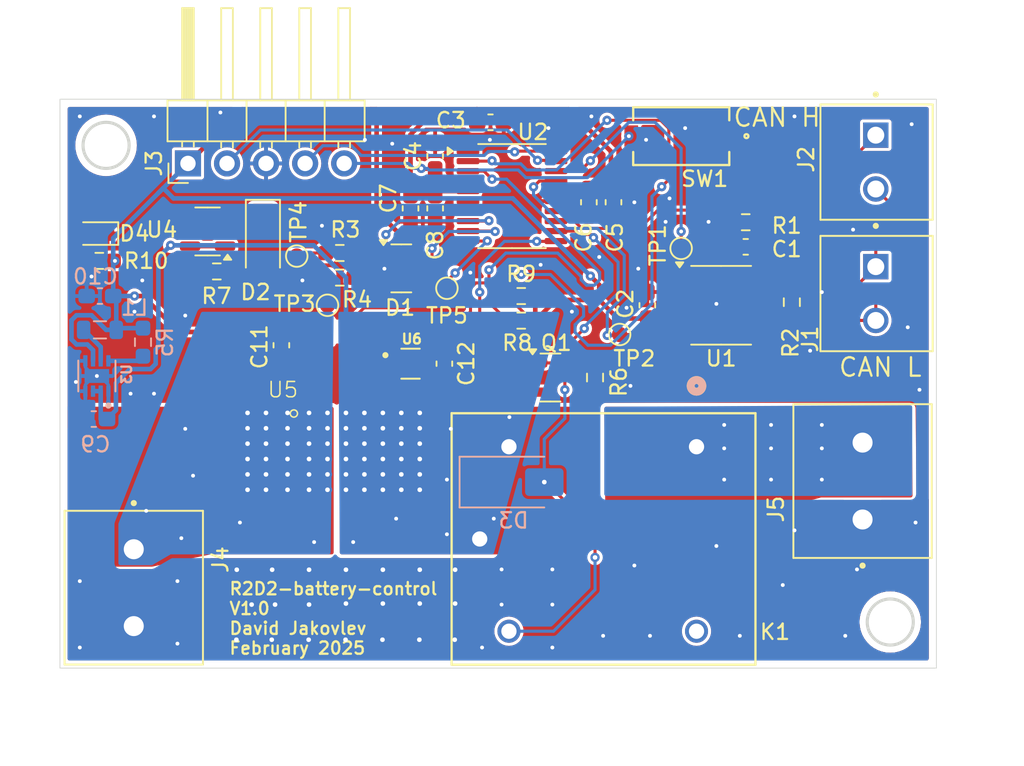
<source format=kicad_pcb>
(kicad_pcb (version 20240108) (generator "pcbnew") (generator_version "8.0")
  (layers (0 "F.Cu" signal) (31 "B.Cu" signal) (34 "B.Paste" user) (35 "F.Paste" user) (36 "B.SilkS" user "B.Silkscreen") (37 "F.SilkS" user "F.Silkscreen") (38 "B.Mask" user) (39 "F.Mask" user) (44 "Edge.Cuts" user))
  (net 0 "")
  (net 1 "GND")
  (net 2 "+3.3V")
  (net 3 "NRST")
  (net 4 "+12V")
  (net 5 "SWDIO")
  (net 6 "SWCLK")
  (net 7 "CAN_MODE_SELECT")
  (net 8 "CAN_TX")
  (net 9 "CAN_RX")
  (net 10 "Net-(U1-Rs)")
  (net 11 "VDD")
  (net 12 "Net-(D3-A)")
  (net 13 "Net-(D2-K)")
  (net 14 "VOLTAGE_ADC")
  (net 15 "/controller/CAN+")
  (net 16 "/controller/CAN-")
  (net 18 "RELAY_CTL")
  (net 23 "CURRENT_ADC")
  (net 24 "CURRENT_ADC_REF")
  (net 25 "/Power Stage/VDD_IN")
  (net 26 "SCL")
  (net 27 "SDA")
  (net 28 "TEMP_ALERT")
  (net 30 "Net-(U2-PA3)")
  (net 31 "Net-(U2-PA2)")
  (net 32 "Net-(U3-SW)")
  (net 33 "Net-(U3-PG)")
  (net 34 "Net-(D4-A)")
  (footprint "TestPoint:TestPoint_Pad_D1.0mm" (layer "F.Cu") (at 124.6 99)
    (property "Reference" "TP4")
    (property "Value" "TestPoint")
  )
  (footprint "1751248:PHOENIX_1751248" (layer "F.Cu") (at 158.66 89.1375 -90)
    (property "Reference" "J2")
    (property "Value" "1751248")
  )
  (footprint "Package_TO_SOT_SMD:SOT-23-5" (layer "F.Cu") (at 118.8 97.4 180)
    (property "Reference" "U4")
    (property "Value" "LM321")
  )
  (footprint "PTS636_SM50J_SMTR_LFS:SW_PTS636_CNK" (layer "F.Cu") (at 149.606 91.2 180)
    (property "Reference" "SW1")
    (property "Value" "PTS636 SM50J SMTR LFS")
  )
  (footprint "Capacitor_SMD:C_0603_1608Metric_Pad1.08x0.95mm_HandSolder" (layer "F.Cu") (at 145.2 95.5 -90)
    (property "Reference" "C5")
    (property "Value" "100n")
  )
  (footprint "ACS37010:ACS37010" (layer "F.Cu") (at 125.937925 109.665 180)
    (property "Reference" "U5")
    (property "Value" "~")
  )
  (footprint "Capacitor_SMD:C_0603_1608Metric_Pad1.08x0.95mm_HandSolder" (layer "F.Cu") (at 123.6 104.8 -90)
    (property "Reference" "C11")
    (property "Value" "100n")
  )
  (footprint "Resistor_SMD:R_0603_1608Metric_Pad0.98x0.95mm_HandSolder" (layer "F.Cu") (at 111.76 99.314)
    (property "Reference" "R10")
    (property "Value" "1k")
  )
  (footprint "Capacitor_SMD:C_0603_1608Metric_Pad1.08x0.95mm_HandSolder" (layer "F.Cu") (at 137.2 90.3)
    (property "Reference" "C3")
    (property "Value" "4.7u")
  )
  (footprint "TestPoint:TestPoint_Pad_D1.0mm" (layer "F.Cu") (at 149.6 98.5 -90)
    (property "Reference" "TP1")
    (property "Value" "TestPoint")
  )
  (footprint "Resistor_SMD:R_0603_1608Metric_Pad0.98x0.95mm_HandSolder" (layer "F.Cu") (at 119.4 100)
    (property "Reference" "R7")
    (property "Value" "10k")
  )
  (footprint "J123F1C12VDC:RELAY5_J123F1C5VDC.36_CRS" (layer "F.Cu") (at 150.6 111.4 -90)
    (property "Reference" "K1")
    (property "Value" "J123F1C12VDC.36")
  )
  (footprint "Package_TO_SOT_SMD:SOT-23" (layer "F.Cu") (at 141.1 106.9)
    (property "Reference" "Q1")
    (property "Value" "T2N7002AK")
  )
  (footprint "TestPoint:TestPoint_Pad_D1.0mm" (layer "F.Cu") (at 145.6 104.1 -90)
    (property "Reference" "TP2")
    (property "Value" "TestPoint")
  )
  (footprint "Capacitor_SMD:C_0603_1608Metric_Pad1.08x0.95mm_HandSolder" (layer "F.Cu") (at 153.8 98.4 180)
    (property "Reference" "C1")
    (property "Value" "100n")
  )
  (footprint "Resistor_SMD:R_0603_1608Metric_Pad0.98x0.95mm_HandSolder" (layer "F.Cu") (at 156.8 102 90)
    (property "Reference" "R2")
    (property "Value" "120")
  )
  (footprint "TMP1075NDRLR:SOT50P160X60-6N" (layer "F.Cu") (at 132 106)
    (property "Reference" "U6")
    (property "Value" "TMP1075NDRLR")
  )
  (footprint "Diode_SMD:D_MiniMELF" (layer "F.Cu") (at 122.4 98 -90)
    (property "Reference" "D2")
    (property "Value" "12V-LL41")
  )
  (footprint "Resistor_SMD:R_0603_1608Metric_Pad0.98x0.95mm_HandSolder" (layer "F.Cu") (at 153.8 96.8 180)
    (property "Reference" "R1")
    (property "Value" "10k")
  )
  (footprint "Resistor_SMD:R_0603_1608Metric_Pad0.98x0.95mm_HandSolder" (layer "F.Cu") (at 144 106.9 90)
    (property "Reference" "R6")
    (property "Value" "10k")
  )
  (footprint "Capacitor_SMD:C_0603_1608Metric_Pad1.08x0.95mm_HandSolder" (layer "F.Cu") (at 147.4 102.2 90)
    (property "Reference" "C2")
    (property "Value" "100n")
  )
  (footprint "1935776:PHOENIX_1935776" (layer "F.Cu") (at 165.9 118.633 90)
    (property "Reference" "J5")
    (property "Value" "1935776")
  )
  (footprint "Resistor_SMD:R_0603_1608Metric_Pad0.98x0.95mm_HandSolder" (layer "F.Cu") (at 127.4 98.8 180)
    (property "Reference" "R3")
    (property "Value" "10k")
  )
  (footprint "Resistor_SMD:R_0603_1608Metric_Pad0.98x0.95mm_HandSolder" (layer "F.Cu") (at 139.2 101.6)
    (property "Reference" "R9")
    (property "Value" "10k")
  )
  (footprint "TestPoint:TestPoint_Pad_D1.0mm" (layer "F.Cu") (at 126.6 102.2)
    (property "Reference" "TP3")
    (property "Value" "TestPoint")
  )
  (footprint "Package_TO_SOT_SMD:SOT-23" (layer "F.Cu") (at 131.4 99.8)
    (property "Reference" "D1")
    (property "Value" "BAT54C")
  )
  (footprint "Capacitor_SMD:C_0603_1608Metric_Pad1.08x0.95mm_HandSolder" (layer "F.Cu") (at 143.6 95.5 -90)
    (property "Reference" "C6")
    (property "Value" "100n")
  )
  (footprint "Capacitor_SMD:C_0603_1608Metric_Pad1.08x0.95mm_HandSolder" (layer "F.Cu") (at 133.6 92.5 90)
    (property "Reference" "C4")
    (property "Value" "100n")
  )
  (footprint "Capacitor_SMD:C_0603_1608Metric_Pad1.08x0.95mm_HandSolder" (layer "F.Cu") (at 132 95.9 -90)
    (property "Reference" "C7")
    (property "Value" "1u")
  )
  (footprint "Resistor_SMD:R_0603_1608Metric_Pad0.98x0.95mm_HandSolder" (layer "F.Cu") (at 127.4 100.4 180)
    (property "Reference" "R4")
    (property "Value" "10k")
  )
  (footprint "Capacitor_SMD:C_0603_1608Metric_Pad1.08x0.95mm_HandSolder" (layer "F.Cu") (at 133.6 95.9 -90)
    (property "Reference" "C8")
    (property "Value" "100n")
  )
  (footprint "TestPoint:TestPoint_Pad_D1.0mm" (layer "F.Cu") (at 134.366 101.092)
    (property "Reference" "TP5")
    (property "Value" "TestPoint")
  )
  (footprint "Resistor_SMD:R_0603_1608Metric_Pad0.98x0.95mm_HandSolder" (layer "F.Cu") (at 139.2 103.2)
    (property "Reference" "R8")
    (property "Value" "10k")
  )
  (footprint "LED_SMD:LED_0603_1608Metric" (layer "F.Cu") (at 111.506 97.536 180)
    (property "Reference" "D4")
    (property "Value" "LED")
  )
  (footprint "Connector_PinHeader_2.54mm:PinHeader_1x05_P2.54mm_Horizontal" (layer "F.Cu") (at 117.525 92.975 90)
    (property "Reference" "J3")
    (property "Value" "Conn_01x05_Pin")
  )
  (footprint "1751248:PHOENIX_1751248" (layer "F.Cu") (at 158.66 97.6875 -90)
    (property "Reference" "J1")
    (property "Value" "1751248")
  )
  (footprint "1935776:PHOENIX_1935776" (layer "F.Cu") (at 109.5 115.567 -90)
    (property "Reference" "J4")
    (property "Value" "1935776")
  )
  (footprint "Package_SO:TSSOP-20_4.4x6.5mm_P0.65mm" (layer "F.Cu") (at 138.6 95.1)
    (property "Reference" "U2")
    (property "Value" "STM32F042F6Px")
  )
  (footprint "Capacitor_SMD:C_0603_1608Metric_Pad1.08x0.95mm_HandSolder" (layer "F.Cu") (at 134.2 106 -90)
    (property "Reference" "C12")
    (property "Value" "100n")
  )
  (footprint "Package_SO:SOIC-8_3.9x4.9mm_P1.27mm" (layer "F.Cu") (at 152.2 102.2)
    (property "Reference" "U1")
    (property "Value" "SN65HVD230")
  )
  (footprint "Diode_SMD:D_SMA" (layer "B.Cu") (at 138.7 113.7)
    (property "Reference" "D3")
    (property "Value" "D")
  )
  (footprint "Inductor_SMD:L_0805_2012Metric" (layer "B.Cu") (at 111.8 103.8)
    (property "Reference" "L1")
    (property "Value" "2.2uH")
  )
  (footprint "TPS62172DSGR:SON50P200X200X80-9N" (layer "B.Cu") (at 111.6 106.8 90)
    (property "Reference" "U3")
    (property "Value" "TPS62172DSGR")
  )
  (footprint "Resistor_SMD:R_0603_1608Metric_Pad0.98x0.95mm_HandSolder" (layer "B.Cu") (at 114.6 104.6 90)
    (property "Reference" "R5")
    (property "Value" "100k")
  )
  (footprint "Capacitor_SMD:C_0603_1608Metric_Pad1.08x0.95mm_HandSolder" (layer "B.Cu") (at 111.8 101.6 180)
    (property "Reference" "C10")
    (property "Value" "22u")
  )
  (footprint "Capacitor_SMD:C_0603_1608Metric_Pad1.08x0.95mm_HandSolder" (layer "B.Cu") (at 111.4 109.6 180)
    (property "Reference" "C9")
    (property "Value" "10u")
  )
  (gr_rect (start 109.2 88.8) (end 166.2 125.8) (stroke (width 0.05)) (fill none) (layer "Edge.Cuts"))
  (gr_circle (center 112.2 91.8) (end 113.7 91.8) (stroke (width 0.2)) (fill none) (layer "Edge.Cuts"))
  (gr_circle (center 163.2 122.8) (end 164.7 122.8) (stroke (width 0.2)) (fill none) (layer "Edge.Cuts"))
  (gr_text "CAN L" (at 159.766 106.934 0) (layer "F.SilkS") (effects (font (size 1.2 1.2)) (justify left bottom)))
  (gr_text "CAN H" (at 152.908 90.678 0) (layer "F.SilkS") (effects (font (size 1.2 1.2)) (justify left bottom)))
  (gr_text "R2D2-battery-control\nV1.0\nDavid Jakovlev\nFebruary 2025" (at 120.142 124.968 0) (layer "F.SilkS") (effects (font (size 0.8 0.8)) (justify left bottom)))
  (via (at 116.84 120.142) (size 0.6) (drill 0.25) (layers "F.Cu" "B.Cu") (net 1))
  (via (at 156.972 89.916) (size 0.6) (drill 0.25) (layers "F.Cu" "B.Cu") (net 1))
  (via (at 119.634 89.662) (size 0.6) (drill 0.25) (layers "F.Cu" "B.Cu") (net 1))
  (via (at 164.846 116.332) (size 0.6) (drill 0.25) (layers "F.Cu" "B.Cu") (net 1))
  (via (at 127.8 121.6) (size 0.6) (drill 0.3) (layers "F.Cu" "B.Cu") (net 1))
  (via (at 146.304 107.442) (size 0.6) (drill 0.25) (layers "F.Cu" "B.Cu") (net 1))
  (via (at 134.874 123.952) (size 0.6) (drill 0.3) (layers "F.Cu" "B.Cu") (net 1))
  (via (at 151.384 96.774) (size 0.6) (drill 0.25) (layers "F.Cu" "B.Cu") (net 1))
  (via (at 125.4 121.666) (size 0.6) (drill 0.3) (layers "F.Cu" "B.Cu") (net 1))
  (via (at 165.1 107.696) (size 0.6) (drill 0.25) (layers "F.Cu" "B.Cu") (net 1))
  (via (at 113.792 107.95) (size 0.6) (drill 0.25) (layers "F.Cu" "B.Cu") (net 1))
  (via (at 123.19 121.666) (size 0.6) (drill 0.3) (layers "F.Cu" "B.Cu") (net 1))
  (via (at 110.236 107.188) (size 0.6) (drill 0.25) (layers "F.Cu" "B.Cu") (net 1))
  (via (at 158.75 101.346) (size 0.6) (drill 0.25) (layers "F.Cu" "B.Cu") (net 1))
  (via (at 160.274 123.698) (size 0.6) (drill 0.25) (layers "F.Cu" "B.Cu") (net 1))
  (via (at 146.558 119.126) (size 0.6) (drill 0.25) (layers "F.Cu" "B.Cu") (net 1))
  (via (at 134.9 119.4) (size 0.6) (drill 0.3) (layers "F.Cu" "B.Cu") (net 1))
  (via (at 161.036 119.38) (size 0.6) (drill 0.25) (layers "F.Cu" "B.Cu") (net 1))
  (via (at 130.302 99.822) (size 0.6) (drill 0.25) (layers "F.Cu" "B.Cu") (net 1))
  (via (at 137.922 121.666) (size 0.6) (drill 0.25) (layers "F.Cu" "B.Cu") (net 1))
  (via (at 111.6 106.8) (size 0.6) (drill 0.25) (layers "F.Cu" "B.Cu") (net 1))
  (via (at 147.32 91.44) (size 0.6) (drill 0.25) (layers "F.Cu" "B.Cu") (net 1))
  (via (at 125.4 119.4) (size 0.6) (drill 0.3) (layers "F.Cu" "B.Cu") (net 1))
  (via (at 151.892 102.108) (size 0.6) (drill 0.25) (layers "F.Cu" "B.Cu") (net 1))
  (via (at 130.2 119.4) (size 0.6) (drill 0.3) (layers "F.Cu" "B.Cu") (net 1))
  (via (at 114.046 102.616) (size 0.6) (drill 0.25) (layers "F.Cu" "B.Cu") (net 1))
  (via (at 111.252 100.33) (size 0.6) (drill 0.25) (layers "F.Cu" "B.Cu") (net 1))
  (via (at 149.86 90.678) (size 0.6) (drill 0.25) (layers "F.Cu" "B.Cu") (net 1))
  (via (at 120.674 123.952) (size 0.6) (drill 0.3) (layers "F.Cu" "B.Cu") (net 1))
  (via (at 135.89 100.076) (size 0.6) (drill 0.25) (layers "F.Cu" "B.Cu") (net 1))
  (via (at 146.558 95.504) (size 0.6) (drill 0.25) (layers "F.Cu" "B.Cu") (net 1))
  (via (at 123 119.4) (size 0.6) (drill 0.3) (layers "F.Cu" "B.Cu") (net 1))
  (via (at 153.416 123.698) (size 0.6) (drill 0.25) (layers "F.Cu" "B.Cu") (net 1))
  (via (at 110.49 124.46) (size 0.6) (drill 0.25) (layers "F.Cu" "B.Cu") (net 1))
  (via (at 132.574 123.952) (size 0.6) (drill 0.3) (layers "F.Cu" "B.Cu") (net 1))
  (via (at 146.05 102.362) (size 0.6) (drill 0.25) (layers "F.Cu" "B.Cu") (net 1))
  (via (at 132.6 119.4) (size 0.6) (drill 0.3) (layers "F.Cu" "B.Cu") (net 1))
  (via (at 122.974 123.952) (size 0.6) (drill 0.3) (layers "F.Cu" "B.Cu") (net 1))
  (via (at 134.9 121.6) (size 0.6) (drill 0.3) (layers "F.Cu" "B.Cu") (net 1))
  (via (at 141.224 124.46) (size 0.6) (drill 0.25) (layers "F.Cu" "B.Cu") (net 1))
  (via (at 157.988 105.156) (size 0.6) (drill 0.25) (layers "F.Cu" "B.Cu") (net 1))
  (via (at 141.224 119.38) (size 0.6) (drill 0.25) (layers "F.Cu" "B.Cu") (net 1))
  (via (at 127.774 123.952) (size 0.6) (drill 0.3) (layers "F.Cu" "B.Cu") (net 1))
  (via (at 110.49 120.142) (size 0.6) (drill 0.25) (layers "F.Cu" "B.Cu") (net 1))
  (via (at 117.348 102.87) (size 0.6) (drill 0.25) (layers "F.Cu" "B.Cu") (net 1))
  (via (at 142.494 102.616) (size 0.6) (drill 0.25) (layers "F.Cu" "B.Cu") (net 1))
  (via (at 156.21 120.396) (size 0.6) (drill 0.25) (layers "F.Cu" "B.Cu") (net 1))
  (via (at 130.2 121.6) (size 0.6) (drill 0.3) (layers "F.Cu" "B.Cu") (net 1))
  (via (at 144.272 99.06) (size 0.6) (drill 0.25) (layers "F.Cu" "B.Cu") (net 1))
  (via (at 151.892 117.856) (size 0.6) (drill 0.25) (layers "F.Cu" "B.Cu") (net 1))
  (via (at 137.922 119.38) (size 0.6) (drill 0.25) (layers "F.Cu" "B.Cu") (net 1))
  (via (at 132.6 121.6) (size 0.6) (drill 0.3) (layers "F.Cu" "B.Cu") (net 1))
  (via (at 125.374 123.952) (size 0.6) (drill 0.3) (layers "F.Cu" "B.Cu") (net 1))
  (via (at 126.238 97.028) (size 0.6) (drill 0.25) (layers "F.Cu" "B.Cu") (net 1))
  (via (at 143.764 89.916) (size 0.6) (drill 0.25) (layers "F.Cu" "B.Cu") (net 1))
  (via (at 115.316 89.916) (size 0.6) (drill 0.25) (layers "F.Cu" "B.Cu") (net 1))
  (via (at 146.812 99.822) (size 0.6) (drill 0.25) (layers "F.Cu" "B.Cu") (net 1))
  (via (at 137.16 91.44) (size 0.6) (drill 0.25) (layers "F.Cu" "B.Cu") (net 1))
  (via (at 127.8 119.4) (size 0.6) (drill 0.3) (layers "F.Cu" "B.Cu") (net 1))
  (via (at 120.7 119.4) (size 0.6) (drill 0.3) (layers "F.Cu" "B.Cu") (net 1))
  (via (at 130.81 91.694) (size 0.6) (drill 0.25) (layers "F.Cu" "B.Cu") (net 1))
  (via (at 116.84 124.206) (size 0.6) (drill 0.25) (layers "F.Cu" "B.Cu") (net 1))
  (via (at 130.174 123.952) (size 0.6) (drill 0.3) (layers "F.Cu" "B.Cu") (net 1))
  (via (at 144.526 123.698) (size 0.6) (drill 0.25) (layers "F.Cu" "B.Cu") (net 1))
  (via (at 164.592 90.424) (size 0.6) (drill 0.25) (layers "F.Cu" "B.Cu") (net 1))
  (via (at 148.59 96.774) (size 0.6) (drill 0.25) (layers "F.Cu" "B.Cu") (net 1))
  (via (at 140.462 99.568) (size 0.6) (drill 0.25) (layers "F.Cu" "B.Cu") (net 1))
  (via (at 156.972 116.84) (size 0.6) (drill 0.25) (layers "F.Cu" "B.Cu") (net 1))
  (via (at 114.554 100.584) (size 0.6) (drill 0.25) (layers "F.Cu" "B.Cu") (net 1))
  (via (at 140.97 90.678) (size 0.6) (drill 0.25) (layers "F.Cu" "B.Cu") (net 1))
  (via (at 141.224 121.666) (size 0.6) (drill 0.25) (layers "F.Cu" "B.Cu") (net 1))
  (via (at 164.338 103.632) (size 0.6) (drill 0.25) (layers "F.Cu" "B.Cu") (net 1))
  (via (at 129.032 91.44) (size 0.6) (drill 0.25) (layers "F.Cu" "B.Cu") (net 1))
  (via (at 124.968 100.584) (size 0.6) (drill 0.25) (layers "F.Cu" "B.Cu") (net 1))
  (via (at 147.574 123.698) (size 0.6) (drill 0.25) (layers "F.Cu" "B.Cu") (net 1))
  (via (at 136.652 124.46) (size 0.6) (drill 0.25) (layers "F.Cu" "B.Cu") (net 1))
  (via (at 121.666 121.666) (size 0.6) (drill 0.3) (layers "F.Cu" "B.Cu") (net 1))
  (via (at 148.844 95.25) (size 0.6) (drill 0.25) (layers "F.Cu" "B.Cu") (net 1))
  (via (at 160.782 97.282) (size 0.6) (drill 0.25) (layers "F.Cu" "B.Cu") (net 1))
  (via (at 115.316 107.95) (size 0.6) (drill 0.25) (layers "F.Cu" "B.Cu") (net 1))
  (via (at 110.49 89.916) (size 0.6) (drill 0.25) (layers "F.Cu" "B.Cu") (net 1))
  (segment (start 110.85 106.229732) (end 111.420268 106.8) (width 0.2) (layer "B.Cu") (net 1))
  (segment (start 112.35 107.785) (end 112.35 107.370268) (width 0.2) (layer "B.Cu") (net 1))
  (segment (start 111.420268 106.8) (end 111.6 106.8) (width 0.2) (layer "B.Cu") (net 1))
  (segment (start 110.85 107.370268) (end 111.420268 106.8) (width 0.2) (layer "B.Cu") (net 1))
  (segment (start 111.779732 106.8) (end 111.6 106.8) (width 0.2) (layer "B.Cu") (net 1))
  (segment (start 112.35 107.370268) (end 111.779732 106.8) (width 0.2) (layer "B.Cu") (net 1))
  (segment (start 110.85 107.785) (end 110.85 107.370268) (width 0.2) (layer "B.Cu") (net 1))
  (segment (start 110.85 105.815) (end 110.85 106.229732) (width 0.2) (layer "B.Cu") (net 1))
  (segment (start 129.4 89.45) (end 136.3 89.45) (width 0.3) (layer "F.Cu") (net 2))
  (segment (start 145.4805 103.0625) (end 144.272 101.854) (width 0.3) (layer "F.Cu") (net 2))
  (segment (start 121.05 89.45) (end 129.4 89.45) (width 0.3) (layer "F.Cu") (net 2))
  (segment (start 147.4 103.0625) (end 145.4805 103.0625) (width 0.3) (layer "F.Cu") (net 2))
  (segment (start 144.272 101.854) (end 141.4585 101.854) (width 0.3) (layer "F.Cu") (net 2))
  (segment (start 145.034 92.195) (end 145.034 94.4715) (width 0.3) (layer "F.Cu") (net 2))
  (segment (start 144.272 101.854) (end 144.272 100.872) (width 0.3) (layer "F.Cu") (net 2))
  (segment (start 123.6 103.9375) (end 125.310425 103.9375) (width 0.3) (layer "F.Cu") (net 2))
  (segment (start 143.4625 94.775) (end 143.6 94.6375) (width 0.3) (layer "F.Cu") (net 2))
  (segment (start 132.3375 99.8) (end 132.3375 98.618261) (width 0.3) (layer "F.Cu") (net 2))
  (segment (start 133.6 95.0375) (end 133.8625 94.775) (width 0.3) (layer "F.Cu") (net 2))
  (segment (start 149.725 102.835) (end 147.6275 102.835) (width 0.3) (layer "F.Cu") (net 2))
  (segment (start 116.9375 103.9375) (end 123.6 103.9375) (width 0.3) (layer "F.Cu") (net 2))
  (segment (start 114.6 101.6) (end 116.9375 103.9375) (width 0.3) (layer "F.Cu") (net 2))
  (segment (start 141.4585 101.854) (end 140.1125 103.2) (width 0.3) (layer "F.Cu") (net 2))
  (segment (start 129.794 96.074761) (end 129.794 89.45) (width 0.3) (layer "F.Cu") (net 2))
  (segment (start 143.6 94.6375) (end 145.2 94.6375) (width 0.3) (layer "F.Cu") (net 2))
  (segment (start 132.8 90.3) (end 132 91.1) (width 0.3) (layer "F.Cu") (net 2))
  (segment (start 147.6275 102.835) (end 147.4 103.0625) (width 0.3) (layer "F.Cu") (net 2))
  (segment (start 129.794 89.45) (end 129.4 89.45) (width 0.3) (layer "F.Cu") (net 2))
  (segment (start 133.8625 94.775) (end 135.7375 94.775) (width 0.3) (layer "F.Cu") (net 2))
  (segment (start 114.046 101.6) (end 114.6 101.6) (width 0.3) (layer "F.Cu") (net 2))
  (segment (start 136.3375 90.3) (end 132.8 90.3) (width 0.3) (layer "F.Cu") (net 2))
  (segment (start 142.289 89.45) (end 145.034 92.195) (width 0.3) (layer "F.Cu") (net 2))
  (segment (start 112.6725 99.314) (end 112.776 99.314) (width 0.3) (layer "F.Cu") (net 2))
  (segment (start 125.310425 103.9375) (end 125.337925 103.91) (width 0.3) (layer "F.Cu") (net 2))
  (segment (start 136.3 89.45) (end 142.289 89.45) (width 0.3) (layer "F.Cu") (net 2))
  (segment (start 145.034 94.4715) (end 145.2 94.6375) (width 0.3) (layer "F.Cu") (net 2))
  (segment (start 141.4625 94.775) (end 143.4625 94.775) (width 0.3) (layer "F.Cu") (net 2))
  (segment (start 140.1125 103.2) (end 140.1125 103.46375) (width 0.3) (layer "F.Cu") (net 2))
  (segment (start 136.3375 89.45) (end 136.3375 90.3) (width 0.3) (layer "F.Cu") (net 2))
  (segment (start 132.3375 98.618261) (end 129.794 96.074761) (width 0.3) (layer "F.Cu") (net 2))
  (segment (start 133.3375 106) (end 134.2 105.1375) (width 0.2) (layer "F.Cu") (net 2))
  (segment (start 140.1125 103.46375) (end 139.15125 104.425) (width 0.3) (layer "F.Cu") (net 2))
  (segment (start 140.1125 101.6) (end 140.1125 103.2) (width 0.3) (layer "F.Cu") (net 2))
  (segment (start 132.735 106) (end 133.3375 106) (width 0.2) (layer "F.Cu") (net 2))
  (segment (start 144.272 100.872) (end 143.7 100.3) (width 0.3) (layer "F.Cu") (net 2))
  (segment (start 139.15125 104.425) (end 134.9125 104.425) (width 0.3) (layer "F.Cu") (net 2))
  (segment (start 134.9125 104.425) (end 134.2 105.1375) (width 0.3) (layer "F.Cu") (net 2))
  (segment (start 132 91.1) (end 132 95.0375) (width 0.3) (layer "F.Cu") (net 2))
  (segment (start 117.525 92.975) (end 121.05 89.45) (width 0.3) (layer "F.Cu") (net 2))
  (segment (start 136.3 89.45) (end 136.3375 89.45) (width 0.3) (layer "F.Cu") (net 2))
  (segment (start 132 95.0375) (end 133.6 95.0375) (width 0.3) (layer "F.Cu") (net 2))
  (via (at 112.776 99.314) (size 0.6) (drill 0.25) (layers "F.Cu" "B.Cu") (net 2))
  (via (at 143.7 100.3) (size 0.6) (drill 0.25) (layers "F.Cu" "B.Cu") (net 2))
  (via (at 114.046 101.6) (size 0.6) (drill 0.25) (layers "F.Cu" "B.Cu") (net 2))
  (segment (start 112.6625 97.8375) (end 115.6 94.9) (width 0.3) (layer "B.Cu") (net 2))
  (segment (start 109.95 104.422896) (end 109.95 103.177104) (width 0.3) (layer "B.Cu") (net 2))
  (segment (start 112.8625 101.8) (end 112.6625 101.6) (width 0.3) (layer "B.Cu") (net 2))
  (segment (start 138.65 95.25) (end 116.586 95.25) (width 0.3) (layer "B.Cu") (net 2))
  (segment (start 111.35 105.815) (end 111.35 105.119606) (width 0.3) (layer "B.Cu") (net 2))
  (segment (start 112.2 103.8) (end 112.8625 103.8) (width 0.3) (layer "B.Cu") (net 2))
  (segment (start 112.6625 101.6) (end 112.6625 97.8375) (width 0.3) (layer "B.Cu") (net 2))
  (segment (start 116.586 95.25) (end 115.918 94.582) (width 0.3) (layer "B.Cu") (net 2))
  (segment (start 112.975 103.6875) (end 112.8625 103.8) (width 0.3) (layer "B.Cu") (net 2))
  (segment (start 143.7 100.3) (end 138.65 95.25) (width 0.3) (layer "B.Cu") (net 2))
  (segment (start 109.95 103.177104) (end 110.277104 102.85) (width 0.3) (layer "B.Cu") (net 2))
  (segment (start 112.8625 103.8) (end 112.8625 101.8) (width 0.3) (layer "B.Cu") (net 2))
  (segment (start 110.277104 104.75) (end 109.95 104.422896) (width 0.3) (layer "B.Cu") (net 2))
  (segment (start 115.6 94.9) (end 117.525 92.975) (width 0.3) (layer "B.Cu") (net 2))
  (segment (start 110.980394 104.75) (end 110.277104 104.75) (width 0.3) (layer "B.Cu") (net 2))
  (segment (start 110.277104 102.85) (end 111.25 102.85) (width 0.3) (layer "B.Cu") (net 2))
  (segment (start 115.918 94.582) (end 115.6 94.9) (width 0.3) (layer "B.Cu") (net 2))
  (segment (start 111.25 102.85) (end 112.2 103.8) (width 0.3) (layer "B.Cu") (net 2))
  (segment (start 114.6 103.6875) (end 112.975 103.6875) (width 0.3) (layer "B.Cu") (net 2))
  (segment (start 114.046 101.6) (end 112.6625 101.6) (width 0.3) (layer "B.Cu") (net 2))
  (segment (start 111.35 105.119606) (end 110.980394 104.75) (width 0.3) (layer "B.Cu") (net 2))
  (segment (start 133.6 93.3625) (end 132.7625 93.3625) (width 0.2) (layer "F.Cu") (net 3))
  (segment (start 135.7375 94.125) (end 134.3625 94.125) (width 0.2) (layer "F.Cu") (net 3))
  (segment (start 132.7625 93.3625) (end 132.7 93.3) (width 0.2) (layer "F.Cu") (net 3))
  (segment (start 134.3625 94.125) (end 133.6 93.3625) (width 0.2) (layer "F.Cu") (net 3))
  (via (at 146.2 91.2) (size 0.6) (drill 0.25) (layers "F.Cu" "B.Cu") (net 3))
  (via (at 132.7 93.3) (size 0.6) (drill 0.25) (layers "F.Cu" "B.Cu") (net 3))
  (segment (start 132.2 93.3) (end 131.875 92.975) (width 0.2) (layer "B.Cu") (net 3))
  (segment (start 132.7 93.3) (end 132.2 93.3) (width 0.2) (layer "B.Cu") (net 3))
  (segment (start 139 93.4) (end 139.5 93.9) (width 0.2) (layer "B.Cu") (net 3))
  (segment (start 133.2 93.4) (end 139 93.4) (width 0.2) (layer "B.Cu") (net 3))
  (segment (start 143.5 93.9) (end 146.2 91.2) (width 0.2) (layer "B.Cu") (net 3))
  (segment (start 133.1 93.3) (end 133.2 93.4) (width 0.2) (layer "B.Cu") (net 3))
  (segment (start 132.7 93.3) (end 133.1 93.3) (width 0.2) (layer "B.Cu") (net 3))
  (segment (start 131.875 92.975) (end 127.685 92.975) (width 0.2) (layer "B.Cu") (net 3))
  (segment (start 139.5 93.9) (end 143.5 93.9) (width 0.2) (layer "B.Cu") (net 3))
  (via (at 158.75 111.506) (size 0.6) (drill 0.25) (layers "F.Cu" "B.Cu") (net 4))
  (via (at 152.4 113.538) (size 0.6) (drill 0.25) (layers "F.Cu" "B.Cu") (net 4))
  (via (at 152.4 109.982) (size 0.6) (drill 0.25) (layers "F.Cu" "B.Cu") (net 4))
  (via (at 155.448 111.506) (size 0.6) (drill 0.25) (layers "F.Cu" "B.Cu") (net 4))
  (via (at 158.75 109.982) (size 0.6) (drill 0.25) (layers "F.Cu" "B.Cu") (net 4))
  (via (at 155.448 109.982) (size 0.6) (drill 0.25) (layers "F.Cu" "B.Cu") (net 4))
  (via (at 155.448 113.538) (size 0.6) (drill 0.25) (layers "F.Cu" "B.Cu") (net 4))
  (via (at 158.75 113.538) (size 0.6) (drill 0.25) (layers "F.Cu" "B.Cu") (net 4))
  (via (at 152.4 111.506) (size 0.6) (drill 0.25) (layers "F.Cu" "B.Cu") (net 4))
  (segment (start 140.262075 92.775) (end 141.4125 92.775) (width 0.2) (layer "F.Cu") (net 5))
  (segment (start 141.4125 92.775) (end 141.4625 92.825) (width 0.2) (layer "F.Cu") (net 5))
  (via (at 140.262075 92.775) (size 0.6) (drill 0.25) (layers "F.Cu" "B.Cu") (net 5))
  (segment (start 138.287075 90.8) (end 122.24 90.8) (width 0.2) (layer "B.Cu") (net 5))
  (segment (start 122.24 90.8) (end 120.065 92.975) (width 0.2) (layer "B.Cu") (net 5))
  (segment (start 140.262075 92.775) (end 138.287075 90.8) (width 0.2) (layer "B.Cu") (net 5))
  (segment (start 138.825 92.175) (end 138.775735 92.224265) (width 0.2) (layer "F.Cu") (net 6))
  (segment (start 141.4625 92.175) (end 140.423529 92.175) (width 0.2) (layer "F.Cu") (net 6))
  (segment (start 140.423529 92.175) (end 138.825 92.175) (width 0.2) (layer "F.Cu") (net 6))
  (via (at 138.775735 92.224265) (size 0.6) (drill 0.25) (layers "F.Cu" "B.Cu") (net 6))
  (segment (start 137.051471 92.2) (end 136.795471 92.456) (width 0.2) (layer "B.Cu") (net 6))
  (segment (start 126.295 91.825) (end 125.145 92.975) (width 0.2) (layer "B.Cu") (net 6))
  (segment (start 138.775735 92.224265) (end 138.75147 92.2) (width 0.2) (layer "B.Cu") (net 6))
  (segment (start 128.161346 91.825) (end 126.295 91.825) (width 0.2) (layer "B.Cu") (net 6))
  (segment (start 128.792346 92.456) (end 128.161346 91.825) (width 0.2) (layer "B.Cu") (net 6))
  (segment (start 138.75147 92.2) (end 137.051471 92.2) (width 0.2) (layer "B.Cu") (net 6))
  (segment (start 136.795471 92.456) (end 128.792346 92.456) (width 0.2) (layer "B.Cu") (net 6))
  (segment (start 146.9 97.2) (end 148.088 96.012) (width 0.2) (layer "F.Cu") (net 7))
  (segment (start 143.133278 97.2) (end 146.9 97.2) (width 0.2) (layer "F.Cu") (net 7))
  (segment (start 141.4625 96.725) (end 142.658278 96.725) (width 0.2) (layer "F.Cu") (net 7))
  (segment (start 152.0995 96.012) (end 152.8875 96.8) (width 0.2) (layer "F.Cu") (net 7))
  (segment (start 142.658278 96.725) (end 143.133278 97.2) (width 0.2) (layer "F.Cu") (net 7))
  (segment (start 148.088 96.012) (end 152.0995 96.012) (width 0.2) (layer "F.Cu") (net 7))
  (segment (start 143.025 93.475) (end 143.7 92.8) (width 0.2) (layer "F.Cu") (net 8))
  (segment (start 141.4625 93.475) (end 143.025 93.475) (width 0.2) (layer "F.Cu") (net 8))
  (segment (start 149.6 100.17) (end 149.725 100.295) (width 0.2) (layer "F.Cu") (net 8))
  (segment (start 149.6 97.4) (end 149.6 98) (width 0.2) (layer "F.Cu") (net 8))
  (segment (start 149.6 98) (end 149.6 100.17) (width 0.2) (layer "F.Cu") (net 8))
  (via (at 143.7 92.8) (size 0.6) (drill 0.25) (layers "F.Cu" "B.Cu") (net 8))
  (via (at 149.6 97.4) (size 0.6) (drill 0.25) (layers "F.Cu" "B.Cu") (net 8))
  (segment (start 143.7 92.8) (end 146.2 90.3) (width 0.2) (layer "B.Cu") (net 8))
  (segment (start 147.9 90.3) (end 149.6 92) (width 0.2) (layer "B.Cu") (net 8))
  (segment (start 146.2 90.3) (end 147.9 90.3) (width 0.2) (layer "B.Cu") (net 8))
  (segment (start 149.6 92) (end 149.6 97.4) (width 0.2) (layer "B.Cu") (net 8))
  (segment (start 140 94.5) (end 140.375 94.125) (width 0.2) (layer "F.Cu") (net 9))
  (segment (start 140.375 94.125) (end 141.4625 94.125) (width 0.2) (layer "F.Cu") (net 9))
  (segment (start 144.795735 104.155735) (end 145.244265 104.155735) (width 0.2) (layer "F.Cu") (net 9))
  (segment (start 145.295 104.105) (end 149.725 104.105) (width 0.2) (layer "F.Cu") (net 9))
  (segment (start 145.244265 104.155735) (end 145.295 104.105) (width 0.2) (layer "F.Cu") (net 9))
  (via (at 144.795735 104.155735) (size 0.6) (drill 0.25) (layers "F.Cu" "B.Cu") (net 9))
  (via (at 140 94.5) (size 0.6) (drill 0.25) (layers "F.Cu" "B.Cu") (net 9))
  (segment (start 142.158 97.2) (end 140 95.042) (width 0.2) (layer "B.Cu") (net 9))
  (segment (start 140 95.042) (end 140 94.5) (width 0.2) (layer "B.Cu") (net 9))
  (segment (start 144.795735 104.155735) (end 144.795735 102.669951) (width 0.2) (layer "B.Cu") (net 9))
  (segment (start 144.148529 97.2) (end 142.158 97.2) (width 0.2) (layer "B.Cu") (net 9))
  (segment (start 145.9 101.565686) (end 145.9 98.951471) (width 0.2) (layer "B.Cu") (net 9))
  (segment (start 145.9 98.951471) (end 144.148529 97.2) (width 0.2) (layer "B.Cu") (net 9))
  (segment (start 144.795735 102.669951) (end 145.9 101.565686) (width 0.2) (layer "B.Cu") (net 9))
  (segment (start 154.6625 96.85) (end 154.7125 96.8) (width 0.2) (layer "F.Cu") (net 10))
  (segment (start 154.675 100.295) (end 154.675 98.4125) (width 0.2) (layer "F.Cu") (net 10))
  (segment (start 154.675 98.4125) (end 154.6625 98.4) (width 0.2) (layer "F.Cu") (net 10))
  (segment (start 154.6625 98.4) (end 154.6625 96.85) (width 0.2) (layer "F.Cu") (net 10))
  (segment (start 117.6125 98.3) (end 117.6625 98.35) (width 0.3) (layer "F.Cu") (net 11))
  (segment (start 117.6625 98.35) (end 119.9375 98.35) (width 0.3) (layer "F.Cu") (net 11))
  (segment (start 116.4 98.3) (end 117.6125 98.3) (width 0.3) (layer "F.Cu") (net 11))
  (via (at 129 112.2) (size 0.6) (drill 0.3) (layers "F.Cu" "B.Cu") (net 11))
  (via (at 130.2 113.2) (size 0.6) (drill 0.3) (layers "F.Cu" "B.Cu") (net 11))
  (via (at 127.8 112.2) (size 0.6) (drill 0.3) (layers "F.Cu" "B.Cu") (net 11))
  (via (at 130.2 112.2) (size 0.6) (drill 0.3) (layers "F.Cu" "B.Cu") (net 11))
  (via (at 132.6 111.2) (size 0.6) (drill 0.3) (layers "F.Cu" "B.Cu") (net 11))
  (via (at 131.4 112.2) (size 0.6) (drill 0.3) (layers "F.Cu" "B.Cu") (net 11))
  (via (at 129 111.2) (size 0.6) (drill 0.3) (layers "F.Cu" "B.Cu") (net 11))
  (via (at 127.8 113.2) (size 0.6) (drill 0.3) (layers "F.Cu" "B.Cu") (net 11))
  (via (at 127.8 111.2) (size 0.6) (drill 0.3) (layers "F.Cu" "B.Cu") (net 11))
  (via (at 127.8 109.2) (size 0.6) (drill 0.3) (layers "F.Cu" "B.Cu") (net 11))
  (via (at 131.4 111.2) (size 0.6) (drill 0.3) (layers "F.Cu" "B.Cu") (net 11))
  (via (at 132.6 112.2) (size 0.6) (drill 0.3) (layers "F.Cu" "B.Cu") (net 11))
  (via (at 131.4 113.2) (size 0.6) (drill 0.3) (layers "F.Cu" "B.Cu") (net 11))
  (via (at 130.2 110.2) (size 0.6) (drill 0.3) (layers "F.Cu" "B.Cu") (net 11))
  (via (at 137.414 116.078) (size 0.6) (drill 0.25) (layers "F.Cu" "B.Cu") (net 11))
  (via (at 129 113.2) (size 0.6) (drill 0.3) (layers "F.Cu" "B.Cu") (net 11))
  (via (at 129 114.2) (size 0.6) (drill 0.3) (layers "F.Cu" "B.Cu") (net 11))
  (via (at 134.366 113.538) (size 0.6) (drill 0.25) (layers "F.Cu" "B.Cu") (net 11))
  (via (at 127.8 114.2) (size 0.6) (drill 0.3) (layers "F.Cu" "B.Cu") (net 11))
  (via (at 134.366 117.094) (size 0.6) (drill 0.25) (layers "F.Cu" "B.Cu") (net 11))
  (via (at 129 110.2) (size 0.6) (drill 0.3) (layers "F.Cu" "B.Cu") (net 11))
  (via (at 132.6 114.2) (size 0.6) (drill 0.3) (layers "F.Cu" "B.Cu") (net 11))
  (via (at 132.6 110.2) (size 0.6) (drill 0.3) (layers "F.Cu" "B.Cu") (net 11))
  (via (at 134.62 110.236) (size 0.6) (drill 0.25) (layers "F.Cu" "B.Cu") (net 11))
  (via (at 131.4 109.2) (size 0.6) (drill 0.3) (layers "F.Cu" "B.Cu") (net 11))
  (via (at 131.4 110.2) (size 0.6) (drill 0.3) (layers "F.Cu" "B.Cu") (net 11))
  (via (at 131.4 114.2) (size 0.6) (drill 0.3) (layers "F.Cu" "B.Cu") (net 11))
  (via (at 129 109.2) (size 0.6) (drill 0.3) (layers "F.Cu" "B.Cu") (net 11))
  (via (at 132.6 113.2) (size 0.6) (drill 0.3) (layers "F.Cu" "B.Cu") (net 11))
  (via (at 130.2 109.2) (size 0.6) (drill 0.3) (layers "F.Cu" "B.Cu") (net 11))
  (via (at 131.064 116.078) (size 0.6) (drill 0.25) (layers "F.Cu" "B.Cu") (net 11))
  (via (at 138.43 109.474) (size 0.6) (drill 0.25) (layers "F.Cu" "B.Cu") (net 11))
  (via (at 116.4 98.3) (size 0.6) (drill 0.25) (layers "F.Cu" "B.Cu") (net 11))
  (via (at 127.8 110.2) (size 0.6) (drill 0.3) (layers "F.Cu" "B.Cu") (net 11))
  (via (at 130.2 111.2) (size 0.6) (drill 0.3) (layers "F.Cu" "B.Cu") (net 11))
  (via (at 130.2 114.2) (size 0.6) (drill 0.3) (layers "F.Cu" "B.Cu") (net 11))
  (via (at 132.6 109.2) (size 0.6) (drill 0.3) (layers "F.Cu" "B.Cu") (net 11))
  (via (at 128.27 117.602) (size 0.6) (drill 0.25) (layers "F.Cu" "B.Cu") (net 11))
  (segment (start 115.087432 106.35) (end 113.75 106.35) (width 0.3) (layer "B.Cu") (net 11))
  (segment (start 115.6 99.1) (end 115.6 104.9) (width 0.3) (layer "B.Cu") (net 11))
  (segment (start 126.7 99.3) (end 125.7 98.3) (width 0.3) (layer "B.Cu") (net 11))
  (segment (start 111.85 109.6) (end 111.85 107.785) (width 0.3) (layer "B.Cu") (net 11))
  (segment (start 115.425 106.012432) (end 115.087432 106.35) (width 0.3) (layer "B.Cu") (net 11))
  (segment (start 112.84 109.0225) (end 112.2625 109.6) (width 0.3) (layer "B.Cu") (net 11))
  (segment (start 112.2625 109.6) (end 111.85 109.6) (width 0.3) (layer "B.Cu") (net 11))
  (segment (start 115.425 105.075) (end 115.425 106.012432) (width 0.3) (layer "B.Cu") (net 11))
  (segment (start 112.84 107.26) (end 112.84 109.0225) (width 0.3) (layer "B.Cu") (net 11))
  (segment (start 111.85 107.785) (end 111.35 107.785) (width 0.3) (layer "B.Cu") (net 11))
  (segment (start 116.4 98.3) (end 115.6 99.1) (width 0.3) (layer "B.Cu") (net 11))
  (segment (start 127.8 109.2) (end 127.8 100.4) (width 0.3) (layer "B.Cu") (net 11))
  (segment (start 125.7 98.3) (end 116.4 98.3) (width 0.3) (layer "B.Cu") (net 11))
  (segment (start 115.6 104.9) (end 115.425 105.075) (width 0.3) (layer "B.Cu") (net 11))
  (segment (start 113.75 106.35) (end 112.84 107.26) (width 0.3) (layer "B.Cu") (net 11))
  (segment (start 127.8 100.4) (end 126.7 99.3) (width 0.3) (layer "B.Cu") (net 11))
  (segment (start 142.0375 107.696) (end 142.0375 106.9) (width 0.2) (layer "F.Cu") (net 12))
  (segment (start 144 118.6) (end 144 116.9) (width 0.2) (layer "F.Cu") (net 12))
  (segment (start 140.8 113.7) (end 140.7 113.7) (width 0.2) (layer "F.Cu") (net 12))
  (segment (start 144 116.9) (end 140.8 113.7) (width 0.2) (layer "F.Cu") (net 12))
  (via (at 144 118.6) (size 0.6) (drill 0.3) (layers "F.Cu" "B.Cu") (net 12))
  (via (at 140.7 113.7) (size 0.6) (drill 0.3) (layers "F.Cu" "B.Cu") (net 12))
  (via (at 142.0375 107.696) (size 0.6) (drill 0.25) (layers "F.Cu" "B.Cu") (net 12))
  (segment (start 142.0375 109.5625) (end 140.7 110.9) (width 0.2) (layer "B.Cu") (net 12))
  (segment (start 140.7 110.9) (end 140.7 113.7) (width 0.2) (layer "B.Cu") (net 12))
  (segment (start 144 120.7) (end 141.300004 123.399996) (width 0.2) (layer "B.Cu") (net 12))
  (segment (start 141.300004 123.399996) (end 138.399999 123.399996) (width 0.2) (layer "B.Cu") (net 12))
  (segment (start 142.0375 107.696) (end 142.0375 109.5625) (width 0.2) (layer "B.Cu") (net 12))
  (segment (start 144 118.6) (end 144 120.7) (width 0.2) (layer "B.Cu") (net 12))
  (segment (start 122.2 96.45) (end 122.4 96.25) (width 0.2) (layer "F.Cu") (net 13))
  (segment (start 119.9375 96.45) (end 122.2 96.45) (width 0.2) (layer "F.Cu") (net 13))
  (segment (start 117.6625 96.45) (end 119.9375 96.45) (width 0.2) (layer "F.Cu") (net 13))
  (segment (start 122.15 100) (end 122.4 99.75) (width 0.2) (layer "F.Cu") (net 14))
  (segment (start 124.8 98.8) (end 124.6 99) (width 0.2) (layer "F.Cu") (net 14))
  (segment (start 122.4 99.75) (end 123.85 99.75) (width 0.2) (layer "F.Cu") (net 14))
  (segment (start 126.4875 98.8) (end 124.8 98.8) (width 0.2) (layer "F.Cu") (net 14))
  (segment (start 123.85 99.75) (end 124.6 99) (width 0.2) (layer "F.Cu") (net 14))
  (segment (start 120.3125 100) (end 122.15 100) (width 0.2) (layer "F.Cu") (net 14))
  (segment (start 161.036 92.3615) (end 162.26 91.1375) (width 0.2) (layer "F.Cu") (net 15))
  (segment (start 162.26 99.6875) (end 159.210001 102.737499) (width 0.2) (layer "F.Cu") (net 15))
  (segment (start 158.449999 102.737499) (end 156.8 101.0875) (width 0.2) (layer "F.Cu") (net 15))
  (segment (start 156.3225 101.565) (end 156.8 101.0875) (width 0.2) (layer "F.Cu") (net 15))
  (segment (start 159.210001 102.737499) (end 158.449999 102.737499) (width 0.2) (layer "F.Cu") (net 15))
  (segment (start 161.036 95.25) (end 161.036 92.3615) (width 0.2) (layer "F.Cu") (net 15))
  (segment (start 154.675 101.565) (end 156.3225 101.565) (width 0.2) (layer "F.Cu") (net 15))
  (segment (start 162.26 96.474) (end 161.036 95.25) (width 0.2) (layer "F.Cu") (net 15))
  (segment (start 162.26 99.6875) (end 162.26 96.474) (width 0.2) (layer "F.Cu") (net 15))
  (segment (start 163.576 95.9535) (end 162.26 94.6375) (width 0.2) (layer "F.Cu") (net 16))
  (segment (start 157.988603 102.9125) (end 158.263603 103.1875) (width 0.2) (layer "F.Cu") (net 16))
  (segment (start 163.576 100.584) (end 163.576 95.9535) (width 0.2) (layer "F.Cu") (net 16))
  (segment (start 158.263603 103.1875) (end 159.197392 103.1875) (width 0.2) (layer "F.Cu") (net 16))
  (segment (start 161.287514 103.1875) (end 161.407514 103.1875) (width 0.2) (layer "F.Cu") (net 16))
  (segment (start 159.480226 103.1875) (end 160.207514 103.1875) (width 0.2) (layer "F.Cu") (net 16))
  (segment (start 156.7225 102.835) (end 156.8 102.9125) (width 0.2) (layer "F.Cu") (net 16))
  (segment (start 154.675 102.835) (end 156.7225 102.835) (width 0.2) (layer "F.Cu") (net 16))
  (segment (start 162.26 103.1875) (end 162.26 101.9) (width 0.2) (layer "F.Cu") (net 16))
  (segment (start 161.407514 103.1875) (end 161.561077 103.1875) (width 0.2) (layer "F.Cu") (net 16))
  (segment (start 159.197392 103.1875) (end 159.480226 103.1875) (width 0.2) (layer "F.Cu") (net 16))
  (segment (start 156.8 102.9125) (end 157.988603 102.9125) (width 0.2) (layer "F.Cu") (net 16))
  (segment (start 160.687514 102.1875) (end 160.807514 102.1875) (width 0.2) (layer "F.Cu") (net 16))
  (segment (start 161.561077 103.1875) (end 162.26 103.1875) (width 0.2) (layer "F.Cu") (net 16))
  (segment (start 161.047514 102.4275) (end 161.047514 102.9475) (width 0.2) (layer "F.Cu") (net 16))
  (segment (start 162.26 101.9) (end 163.576 100.584) (width 0.2) (layer "F.Cu") (net 16))
  (segment (start 160.447514 102.9475) (end 160.447514 102.4275) (width 0.2) (layer "F.Cu") (net 16))
  (arc (start 160.447514 102.4275) (mid 160.517808 102.257794) (end 160.687514 102.1875) (width 0.2) (layer "F.Cu") (net 16))
  (arc (start 161.047514 102.9475) (mid 161.117808 103.117206) (end 161.287514 103.1875) (width 0.2) (layer "F.Cu") (net 16))
  (arc (start 160.807514 102.1875) (mid 160.97722 102.257794) (end 161.047514 102.4275) (width 0.2) (layer "F.Cu") (net 16))
  (arc (start 160.207514 103.1875) (mid 160.37722 103.117206) (end 160.447514 102.9475) (width 0.2) (layer "F.Cu") (net 16))
  (segment (start 143.7 97.6) (end 142.967593 97.6) (width 0.2) (layer "F.Cu") (net 18))
  (segment (start 143.9625 105.95) (end 144 105.9875) (width 0.2) (layer "F.Cu") (net 18))
  (segment (start 140.45525 105.156) (end 140.1625 105.44875) (width 0.2) (layer "F.Cu") (net 18))
  (segment (start 142.742593 97.375) (end 141.4625 97.375) (width 0.2) (layer "F.Cu") (net 18))
  (segment (start 143.3 103.7125) (end 141.8565 105.156) (width 0.2) (layer "F.Cu") (net 18))
  (segment (start 143.9 97.8) (end 143.7 97.6) (width 0.2) (layer "F.Cu") (net 18))
  (segment (start 141.8565 105.156) (end 140.45525 105.156) (width 0.2) (layer "F.Cu") (net 18))
  (segment (start 140.1625 105.44875) (end 140.1625 105.95) (width 0.2) (layer "F.Cu") (net 18))
  (segment (start 140.1625 105.95) (end 143.9625 105.95) (width 0.2) (layer "F.Cu") (net 18))
  (segment (start 142.967593 97.6) (end 142.742593 97.375) (width 0.2) (layer "F.Cu") (net 18))
  (via (at 143.9 97.8) (size 0.6) (drill 0.25) (layers "F.Cu" "B.Cu") (net 18))
  (via (at 143.3 103.7125) (size 0.6) (drill 0.25) (layers "F.Cu" "B.Cu") (net 18))
  (segment (start 145.5 101.4) (end 145.5 99.4) (width 0.2) (layer "B.Cu") (net 18))
  (segment (start 143.3 103.6) (end 145.5 101.4) (width 0.2) (layer "B.Cu") (net 18))
  (segment (start 143.3 103.7125) (end 143.3 103.6) (width 0.2) (layer "B.Cu") (net 18))
  (segment (start 145.5 99.4) (end 143.9 97.8) (width 0.2) (layer "B.Cu") (net 18))
  (segment (start 126.6 102.2) (end 126.6 100.5125) (width 0.2) (layer "F.Cu") (net 23))
  (segment (start 126.6 100.5125) (end 126.4875 100.4) (width 0.2) (layer "F.Cu") (net 23))
  (segment (start 126.607925 103.91) (end 126.607925 102.207925) (width 0.2) (layer "F.Cu") (net 23))
  (segment (start 126.607925 102.207925) (end 126.6 102.2) (width 0.2) (layer "F.Cu") (net 23))
  (segment (start 136.97743 98.025) (end 136.987851 98.014579) (width 0.2) (layer "F.Cu") (net 24))
  (segment (start 134.366 100.634) (end 134.9 100.1) (width 0.2) (layer "F.Cu") (net 24))
  (segment (start 132.134 101.8) (end 133.858 101.8) (width 0.2) (layer "F.Cu") (net 24))
  (segment (start 131.572 102.362) (end 132.134 101.8) (width 0.2) (layer "F.Cu") (net 24))
  (segment (start 135.7375 98.025) (end 136.97743 98.025) (width 0.2) (layer "F.Cu") (net 24))
  (segment (start 133.858 101.8) (end 134.366 101.292) (width 0.2) (layer "F.Cu") (net 24))
  (segment (start 128.980925 102.362) (end 131.572 102.362) (width 0.2) (layer "F.Cu") (net 24))
  (segment (start 127.877925 103.465) (end 128.980925 102.362) (width 0.2) (layer "F.Cu") (net 24))
  (segment (start 127.877925 103.91) (end 127.877925 103.465) (width 0.2) (layer "F.Cu") (net 24))
  (segment (start 134.366 101.292) (end 134.366 100.634) (width 0.2) (layer "F.Cu") (net 24))
  (via (at 134.9 100.1) (size 0.6) (drill 0.25) (layers "F.Cu" "B.Cu") (net 24))
  (via (at 136.987851 98.014579) (size 0.6) (drill 0.25) (layers "F.Cu" "B.Cu") (net 24))
  (segment (start 136.985421 98.014579) (end 134.9 100.1) (width 0.2) (layer "B.Cu") (net 24))
  (segment (start 136.987851 98.014579) (end 136.985421 98.014579) (width 0.2) (layer "B.Cu") (net 24))
  (via (at 124 113.2) (size 0.6) (drill 0.3) (layers "F.Cu" "B.Cu") (net 25))
  (via (at 122.6 114.2) (size 0.6) (drill 0.3) (layers "F.Cu" "B.Cu") (net 25))
  (via (at 124 111.2) (size 0.6) (drill 0.3) (layers "F.Cu" "B.Cu") (net 25))
  (via (at 122.6 109.2) (size 0.6) (drill 0.3) (layers "F.Cu" "B.Cu") (net 25))
  (via (at 125.4 114.2) (size 0.6) (drill 0.3) (layers "F.Cu" "B.Cu") (net 25))
  (via (at 124 109.2) (size 0.6) (drill 0.3) (layers "F.Cu" "B.Cu") (net 25))
  (via (at 122.6 111.2) (size 0.6) (drill 0.3) (layers "F.Cu" "B.Cu") (net 25))
  (via (at 122.6 112.2) (size 0.6) (drill 0.3) (layers "F.Cu" "B.Cu") (net 25))
  (via (at 121.4 110.2) (size 0.6) (drill 0.3) (layers "F.Cu" "B.Cu") (net 25))
  (via (at 121.4 111.2) (size 0.6) (drill 0.3) (layers "F.Cu" "B.Cu") (net 25))
  (via (at 126.6 109.2) (size 0.6) (drill 0.3) (layers "F.Cu" "B.Cu") (net 25))
  (via (at 125.4 112.2) (size 0.6) (drill 0.3) (layers "F.Cu" "B.Cu") (net 25))
  (via (at 124 110.2) (size 0.6) (drill 0.3) (layers "F.Cu" "B.Cu") (net 25))
  (via (at 121.4 113.2) (size 0.6) (drill 0.3) (layers "F.Cu" "B.Cu") (net 25))
  (via (at 117.094 117.348) (size 0.6) (drill 0.25) (layers "F.Cu" "B.Cu") (net 25))
  (via (at 126.6 112.2) (size 0.6) (drill 0.3) (layers "F.Cu" "B.Cu") (net 25))
  (via (at 122.6 113.2) (size 0.6) (drill 0.3) (layers "F.Cu" "B.Cu") (net 25))
  (via (at 124 114.2) (size 0.6) (drill 0.3) (layers "F.Cu" "B.Cu") (net 25))
  (via (at 124 112.2) (size 0.6) (drill 0.3) (layers "F.Cu" "B.Cu") (net 25))
  (via (at 125.4 110.2) (size 0.6) (drill 0.3) (layers "F.Cu" "B.Cu") (net 25))
  (via (at 117.348 110.236) (size 0.6) (drill 0.25) (layers "F.Cu" "B.Cu") (net 25))
  (via (at 121.4 114.2) (size 0.6) (drill 0.3) (layers "F.Cu" "B.Cu") (net 25))
  (via (at 114.808 115.57) (size 0.6) (drill 0.25) (layers "F.Cu" "B.Cu") (net 25))
  (via (at 125.4 109.2) (size 0.6) (drill 0.3) (layers "F.Cu" "B.Cu") (net 25))
  (via (at 122.6 110.2) (size 0.6) (drill 0.3) (layers "F.Cu" "B.Cu") (net 25))
  (via (at 126.6 113.2) (size 0.6) (drill 0.3) (layers "F.Cu" "B.Cu") (net 25))
  (via (at 117.856 113.284) (size 0.6) (drill 0.25) (layers "F.Cu" "B.Cu") (net 25))
  (via (at 125.73 117.602) (size 0.6) (drill 0.25) (layers "F.Cu" "B.Cu") (net 25))
  (via (at 126.6 110.2) (size 0.6) (drill 0.3) (layers "F.Cu" "B.Cu") (net 25))
  (via (at 125.4 113.2) (size 0.6) (drill 0.3) (layers "F.Cu" "B.Cu") (net 25))
  (via (at 121.4 109.2) (size 0.6) (drill 0.3) (layers "F.Cu" "B.Cu") (net 25))
  (via (at 125.4 111.2) (size 0.6) (drill 0.3) (layers "F.Cu" "B.Cu") (net 25))
  (via (at 126.6 114.2) (size 0.6) (drill 0.3) (layers "F.Cu" "B.Cu") (net 25))
  (via (at 126.6 111.2) (size 0.6) (drill 0.3) (layers "F.Cu" "B.Cu") (net 25))
  (via (at 120.904 116.332) (size 0.6) (drill 0.25) (layers "F.Cu" "B.Cu") (net 25))
  (via (at 121.4 112.2) (size 0.6) (drill 0.3) (layers "F.Cu" "B.Cu") (net 25))
  (segment (start 137.1 100.746) (end 137.1 102.0125) (width 0.2) (layer "F.Cu") (net 26))
  (segment (start 137.1 102.0125) (end 138.2875 103.2) (width 0.2) (layer "F.Cu") (net 26))
  (segment (start 133.573628 103.175) (end 135.341 103.175) (width 0.2) (layer "F.Cu") (net 26))
  (segment (start 136.251471 100.746) (end 137.1 100.746) (width 0.2) (layer "F.Cu") (net 26))
  (segment (start 135.9 101.097471) (end 136.251471 100.746) (width 0.2) (layer "F.Cu") (net 26))
  (segment (start 131.248628 105.5) (end 133.573628 103.175) (width 0.2) (layer "F.Cu") (net 26))
  (segment (start 135.9 102.616) (end 135.9 101.097471) (width 0.2) (layer "F.Cu") (net 26))
  (segment (start 136.775 93.475) (end 137.3 94) (width 0.2) (layer "F.Cu") (net 26))
  (segment (start 137.1 99.9) (end 137.1 102.0125) (width 0.2) (layer "F.Cu") (net 26))
  (segment (start 131.265 105.5) (end 131.248628 105.5) (width 0.2) (layer "F.Cu") (net 26))
  (segment (start 135.7375 93.475) (end 136.775 93.475) (width 0.2) (layer "F.Cu") (net 26))
  (segment (start 135.341 103.175) (end 135.9 102.616) (width 0.2) (layer "F.Cu") (net 26))
  (via (at 137.3 94) (size 0.6) (drill 0.25) (layers "F.Cu" "B.Cu") (net 26))
  (via (at 137.1 99.9) (size 0.6) (drill 0.25) (layers "F.Cu" "B.Cu") (net 26))
  (segment (start 143.1 100.548529) (end 143.1 100.336396) (width 0.2) (layer "B.Cu") (net 26))
  (segment (start 143.451471 100.9) (end 143.1 100.548529) (width 0.2) (layer "B.Cu") (net 26))
  (segment (start 137.3 94) (end 138.248529 94) (width 0.2) (layer "B.Cu") (net 26))
  (segment (start 138.194 98.806) (end 137.1 99.9) (width 0.2) (layer "B.Cu") (net 26))
  (segment (start 143.948529 100.9) (end 143.451471 100.9) (width 0.2) (layer "B.Cu") (net 26))
  (segment (start 143.1 100.336396) (end 141.569604 98.806) (width 0.2) (layer "B.Cu") (net 26))
  (segment (start 144.3 100.051471) (end 144.3 100.548529) (width 0.2) (layer "B.Cu") (net 26))
  (segment (start 138.248529 94) (end 144.3 100.051471) (width 0.2) (layer "B.Cu") (net 26))
  (segment (start 144.3 100.548529) (end 143.948529 100.9) (width 0.2) (layer "B.Cu") (net 26))
  (segment (start 141.569604 98.806) (end 138.194 98.806) (width 0.2) (layer "B.Cu") (net 26))
  (segment (start 132.735 105.145) (end 133.905 103.975) (width 0.2) (layer "F.Cu") (net 27))
  (segment (start 148.8 94.024) (end 148.8 90.7) (width 0.2) (layer "F.Cu") (net 27))
  (segment (start 148.336 94.488) (end 148.8 94.024) (width 0.2) (layer "F.Cu") (net 27))
  (segment (start 137.275 92.825) (end 137.3 92.8) (width 0.2) (layer "F.Cu") (net 27))
  (segment (start 138.766722 103.975) (end 139.325 103.416722) (width 0.2) (layer "F.Cu") (net 27))
  (segment (start 138.2875 100.6125) (end 138.2875 101.6) (width 0.2) (layer "F.Cu") (net 27))
  (segment (start 133.905 103.975) (end 138.766722 103.975) (width 0.2) (layer "F.Cu") (net 27))
  (segment (start 138.7 100.2) (end 138.2875 100.6125) (width 0.2) (layer "F.Cu") (net 27))
  (segment (start 139.325 103.416722) (end 139.325 102.6375) (width 0.2) (layer "F.Cu") (net 27))
  (segment (start 148.27 90.17) (end 144.78 90.17) (width 0.2) (layer "F.Cu") (net 27))
  (segment (start 139.2 100.2) (end 138.7 100.2) (width 0.2) (layer "F.Cu") (net 27))
  (segment (start 148.8 90.7) (end 148.27 90.17) (width 0.2) (layer "F.Cu") (net 27))
  (segment (start 132.735 105.5) (end 132.735 105.145) (width 0.2) (layer "F.Cu") (net 27))
  (segment (start 135.7375 92.825) (end 137.275 92.825) (width 0.2) (layer "F.Cu") (net 27))
  (segment (start 139.325 102.6375) (end 138.2875 101.6) (width 0.2) (layer "F.Cu") (net 27))
  (via (at 139.2 100.2) (size 0.6) (drill 0.25) (layers "F.Cu" "B.Cu") (net 27))
  (via (at 137.3 92.8) (size 0.6) (drill 0.25) (layers "F.Cu" "B.Cu") (net 27))
  (via (at 144.78 90.17) (size 0.6) (drill 0.25) (layers "F.Cu" "B.Cu") (net 27))
  (via (at 148.336 94.488) (size 0.6) (drill 0.25) (layers "F.Cu" "B.Cu") (net 27))
  (segment (start 147.7 95.124) (end 147.7 102.1) (width 0.2) (layer "B.Cu") (net 27))
  (segment (start 139.165686 93) (end 137.5 93) (width 0.2) (layer "B.Cu") (net 27))
  (segment (start 143.256 102.362) (end 141.094 100.2) (width 0.2) (layer "B.Cu") (net 27))
  (segment (start 144.78 90.17) (end 144.73 90.17) (width 0.2) (layer "B.Cu") (net 27))
  (segment (start 141.5 93.4) (end 139.565686 93.4) (width 0.2) (layer "B.Cu") (net 27))
  (segment (start 143.256 102.907971) (end 143.256 102.362) (width 0.2) (layer "B.Cu") (net 27))
  (segment (start 137.5 93) (end 137.3 92.8) (width 0.2) (layer "B.Cu") (net 27))
  (segment (start 141.094 100.2) (end 139.2 100.2) (width 0.2) (layer "B.Cu") (net 27))
  (segment (start 143.538971 104.8) (end 142.7 103.961029) (width 0.2) (layer "B.Cu") (net 27))
  (segment (start 148.336 94.488) (end 147.7 95.124) (width 0.2) (layer "B.Cu") (net 27))
  (segment (start 144.73 90.17) (end 141.5 93.4) (width 0.2) (layer "B.Cu") (net 27))
  (segment (start 142.7 103.463971) (end 143.256 102.907971) (width 0.2) (layer "B.Cu") (net 27))
  (segment (start 145 104.8) (end 143.538971 104.8) (width 0.2) (layer "B.Cu") (net 27))
  (segment (start 142.7 103.961029) (end 142.7 103.463971) (width 0.2) (layer "B.Cu") (net 27))
  (segment (start 139.565686 93.4) (end 139.165686 93) (width 0.2) (layer "B.Cu") (net 27))
  (segment (start 147.7 102.1) (end 145 104.8) (width 0.2) (layer "B.Cu") (net 27))
  (segment (start 132.08 105.234314) (end 132.08 106.27) (width 0.2) (layer "F.Cu") (net 28))
  (segment (start 141.4435 98.044) (end 141.4625 98.025) (width 0.2) (layer "F.Cu") (net 28))
  (segment (start 131.85 106.5) (end 131.265 106.5) (width 0.2) (layer "F.Cu") (net 28))
  (segment (start 135.693 103.575) (end 133.739314 103.575) (width 0.2) (layer "F.Cu") (net 28))
  (segment (start 132.08 106.27) (end 131.85 106.5) (width 0.2) (layer "F.Cu") (net 28))
  (segment (start 140.208 98.044) (end 141.4435 98.044) (width 0.2) (layer "F.Cu") (net 28))
  (segment (start 136.5 101.346) (end 136.5 102.768) (width 0.2) (layer "F.Cu") (net 28))
  (segment (start 133.739314 103.575) (end 132.08 105.234314) (width 0.2) (layer "F.Cu") (net 28))
  (segment (start 136.5 102.768) (end 135.693 103.575) (width 0.2) (layer "F.Cu") (net 28))
  (via (at 136.5 101.346) (size 0.6) (drill 0.25) (layers "F.Cu" "B.Cu") (net 28))
  (via (at 140.208 98.044) (size 0.6) (drill 0.25) (layers "F.Cu" "B.Cu") (net 28))
  (segment (start 136.5 99.651471) (end 138.107471 98.044) (width 0.2) (layer "B.Cu") (net 28))
  (segment (start 136.5 101.346) (end 136.5 99.651471) (width 0.2) (layer "B.Cu") (net 28))
  (segment (start 138.107471 98.044) (end 140.208 98.044) (width 0.2) (layer "B.Cu") (net 28))
  (segment (start 137.475 97.375) (end 137.5 97.4) (width 0.2) (layer "F.Cu") (net 30))
  (segment (start 135.7375 97.375) (end 137.475 97.375) (width 0.2) (layer "F.Cu") (net 30))
  (segment (start 128.3125 100.4) (end 129.1 100.4) (width 0.2) (layer "F.Cu") (net 30))
  (segment (start 133.4 98.5) (end 133.4 100.115552) (width 0.2) (layer "F.Cu") (net 30))
  (segment (start 129.45 100.75) (end 130.4625 100.75) (width 0.2) (layer "F.Cu") (net 30))
  (segment (start 129.1 100.4) (end 129.45 100.75) (width 0.2) (layer "F.Cu") (net 30))
  (segment (start 132.765552 100.75) (end 130.4625 100.75) (width 0.2) (layer "F.Cu") (net 30))
  (segment (start 133.4 100.115552) (end 132.765552 100.75) (width 0.2) (layer "F.Cu") (net 30))
  (via (at 137.5 97.4) (size 0.6) (drill 0.25) (layers "F.Cu" "B.Cu") (net 30))
  (via (at 133.4 98.5) (size 0.6) (drill 0.25) (layers "F.Cu" "B.Cu") (net 30))
  (segment (start 137.5 97.4) (end 134.5 97.4) (width 0.2) (layer "B.Cu") (net 30))
  (segment (start 134.5 97.4) (end 133.4 98.5) (width 0.2) (layer "B.Cu") (net 30))
  (segment (start 130.4625 98.85) (end 128.3625 98.85) (width 0.2) (layer "F.Cu") (net 31))
  (segment (start 135.7375 96.725) (end 137.075 96.725) (width 0.2) (layer "F.Cu") (net 31))
  (segment (start 128.3625 98.85) (end 128.3125 98.8) (width 0.2) (layer "F.Cu") (net 31))
  (segment (start 130.4 98.7875) (end 130.4625 98.85) (width 0.2) (layer "F.Cu") (net 31))
  (segment (start 137.075 96.725) (end 137.1 96.7) (width 0.2) (layer "F.Cu") (net 31))
  (segment (start 130.4 97.6) (end 130.4 98.7875) (width 0.2) (layer "F.Cu") (net 31))
  (via (at 130.4 97.6) (size 0.6) (drill 0.25) (layers "F.Cu" "B.Cu") (net 31))
  (via (at 137.1 96.7) (size 0.6) (drill 0.25) (layers "F.Cu" "B.Cu") (net 31))
  (segment (start 131.3 96.7) (end 130.4 97.6) (width 0.2) (layer "B.Cu") (net 31))
  (segment (start 137.1 96.7) (end 131.3 96.7) (width 0.2) (layer "B.Cu") (net 31))
  (segment (start 111.85 104.9125) (end 111.85 105.815) (width 0.3) (layer "B.Cu") (net 32))
  (segment (start 110.7375 103.8) (end 111.85 104.9125) (width 0.3) (layer "B.Cu") (net 32))
  (segment (start 112.35 105.815) (end 114.2975 105.815) (width 0.3) (layer "B.Cu") (net 33))
  (segment (start 114.2975 105.815) (end 114.6 105.5125) (width 0.3) (layer "B.Cu") (net 33))
  (segment (start 110.8475 99.314) (end 110.8475 97.665) (width 0.2) (layer "F.Cu") (net 34))
  (segment (start 110.8475 97.665) (end 110.7185 97.536) (width 0.2) (layer "F.Cu") (net 34))
  (zone (net 11) (net_name "VDD") (layer "F.Cu") (priority 1) (connect_pads yes (clearance 0.25)) (min_thickness 0.25) (fill yes (thermal_gap 0.5) (thermal_bridge_width 0.5))
    (polygon (pts (xy 127.4 108.8) (xy 144.2 108.8) (xy 144.2 118.4) (xy 127.4 118.4)))
  )
  (zone (net 25) (net_name "/Power Stage/VDD_IN") (layer "F.Cu") (priority 1) (connect_pads yes (clearance 0.25)) (min_thickness 0.25) (fill yes (thermal_gap 0.5) (thermal_bridge_width 0.5))
    (polygon (pts (xy 127 108.8) (xy 117.5 108.8) (xy 110.794 108.8) (xy 110.794 119.2) (xy 115.2 119.2) (xy 119 118.4) (xy 127 118.4)))
  )
  (zone (net 4) (net_name "+12V") (layer "F.Cu") (priority 2) (connect_pads yes (clearance 0.25)) (min_thickness 0.25) (fill yes (thermal_gap 0.5) (thermal_bridge_width 0.5))
    (polygon (pts (xy 144.6 108.8) (xy 164.592 108.8) (xy 164.652 114.7) (xy 158.7 114.7) (xy 144.7 118.5)))
  )
  (zone (net 1) (net_name "GND") (layers "F&B.Cu") (connect_pads (clearance 0.2)) (min_thickness 0.25) (fill yes (thermal_gap 0.2) (thermal_bridge_width 0.25))
    (polygon (pts (xy 107 87) (xy 171.7 87.2) (xy 171.9 132.2) (xy 105.3 131.1)))
  )
  (zone (net 1) (net_name "GND") (layers "F&B.Cu") (connect_pads yes (clearance 0.25)) (min_thickness 0.25) (fill yes (thermal_gap 0.5) (thermal_bridge_width 0.5))
    (polygon (pts (xy 107 108.8) (xy 140.5 108.8) (xy 138.9 114.9) (xy 169 114.8) (xy 169 128.4) (xy 107 128.2)))
  )
  (zone (net 4) (net_name "+12V") (layer "B.Cu") (priority 3) (connect_pads yes (clearance 0.25)) (min_thickness 0.25) (fill yes (thermal_gap 0.5) (thermal_bridge_width 0.5))
    (polygon (pts (xy 144.6 108.8) (xy 164.628 108.7) (xy 164.628 114.6) (xy 144.6 114.6)))
  )
  (zone (net 25) (net_name "/Power Stage/VDD_IN") (layer "B.Cu") (priority 5) (connect_pads yes (clearance 0.25)) (min_thickness 0.25) (fill yes (thermal_gap 0.5) (thermal_bridge_width 0.5))
    (polygon (pts (xy 116.4 118.4) (xy 115.2 119.1) (xy 113 119.1) (xy 113 116.4) (xy 118.4 102.624) (xy 127 102.624) (xy 126.8 118.4)))
  )
  (zone (net 11) (net_name "VDD") (layer "B.Cu") (priority 5) (connect_pads yes (clearance 0.25)) (min_thickness 0.25) (fill yes (thermal_gap 0.5) (thermal_bridge_width 0.5))
    (polygon (pts (xy 127.4 118.4) (xy 127.3 102.624) (xy 141.732 102.624) (xy 137.4 118.4)))
  )
)
</source>
